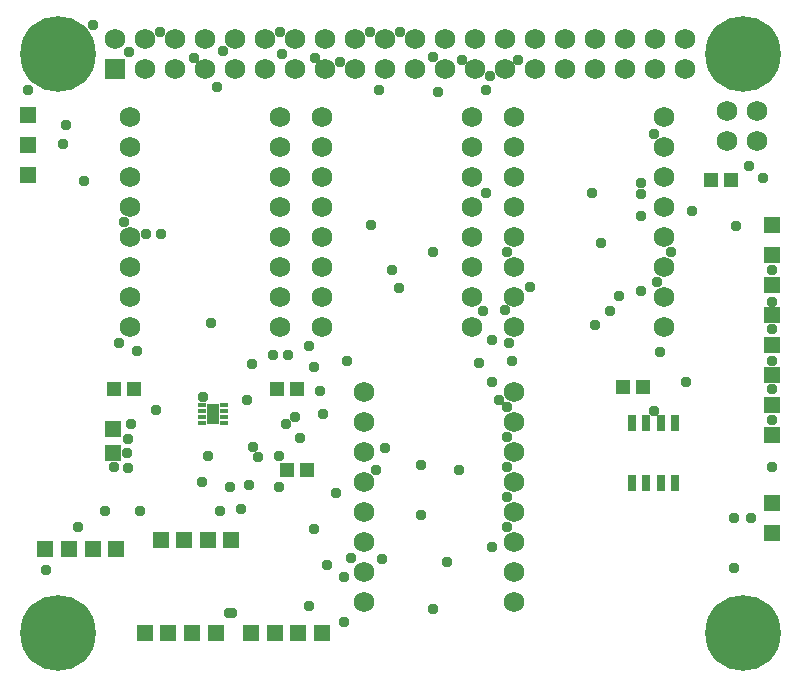
<source format=gbr>
G04 EAGLE Gerber RS-274X export*
G75*
%MOMM*%
%FSLAX34Y34*%
%LPD*%
%INSoldermask Top*%
%IPPOS*%
%AMOC8*
5,1,8,0,0,1.08239X$1,22.5*%
G01*
G04 Define Apertures*
%ADD10R,1.303200X1.203200*%
%ADD11C,1.727200*%
%ADD12R,0.703200X0.453200*%
%ADD13R,1.103200X1.803200*%
%ADD14R,1.473200X1.473200*%
%ADD15C,6.403200*%
%ADD16R,1.727200X1.727200*%
%ADD17R,0.762200X1.397200*%
%ADD18C,0.959600*%
D10*
X538422Y250922D03*
X521422Y250922D03*
X107540Y249120D03*
X90540Y249120D03*
X596040Y425760D03*
X613040Y425760D03*
X245600Y249120D03*
X228600Y249120D03*
D11*
X231000Y301100D03*
X231000Y326500D03*
X231000Y351900D03*
X231000Y377300D03*
X231000Y402700D03*
X231000Y428100D03*
X231000Y453500D03*
X231000Y478900D03*
X104000Y478900D03*
X104000Y453500D03*
X104000Y428100D03*
X104000Y402700D03*
X104000Y377300D03*
X104000Y351900D03*
X104000Y326500D03*
X104000Y301100D03*
X393500Y301100D03*
X393500Y326500D03*
X393500Y351900D03*
X393500Y377300D03*
X393500Y402700D03*
X393500Y428100D03*
X393500Y453500D03*
X393500Y478900D03*
X266500Y478900D03*
X266500Y453500D03*
X266500Y428100D03*
X266500Y402700D03*
X266500Y377300D03*
X266500Y351900D03*
X266500Y326500D03*
X266500Y301100D03*
X429000Y478842D03*
X429000Y453442D03*
X429000Y428042D03*
X429000Y402642D03*
X429000Y377242D03*
X429000Y351842D03*
X429000Y326442D03*
X429000Y301042D03*
X556000Y301042D03*
X556000Y326442D03*
X556000Y351842D03*
X556000Y377242D03*
X556000Y402642D03*
X556000Y428042D03*
X556000Y453442D03*
X556000Y478842D03*
X301958Y246400D03*
X301958Y221000D03*
X301958Y195600D03*
X301958Y170200D03*
X301958Y144800D03*
X301958Y119400D03*
X301958Y94000D03*
X301958Y68600D03*
X428958Y68600D03*
X428958Y94000D03*
X428958Y119400D03*
X428958Y144800D03*
X428958Y170200D03*
X428958Y195600D03*
X428958Y221000D03*
X428958Y246400D03*
D12*
X164400Y235100D03*
D13*
X173900Y227600D03*
D12*
X164400Y230100D03*
X164400Y225100D03*
X164400Y220100D03*
X183400Y220100D03*
X183400Y225100D03*
X183400Y230100D03*
X183400Y235100D03*
D14*
X32272Y113600D03*
X52272Y113600D03*
X72272Y113600D03*
X92272Y113600D03*
X129772Y121100D03*
X149772Y121100D03*
X169772Y121100D03*
X189772Y121100D03*
X116400Y42272D03*
X136400Y42272D03*
X156400Y42272D03*
X176400Y42272D03*
X206400Y42272D03*
X226400Y42272D03*
X246400Y42272D03*
X266400Y42272D03*
X647728Y209700D03*
X647728Y235100D03*
X647728Y260500D03*
X647728Y285900D03*
X647728Y311300D03*
X647728Y336700D03*
X647728Y362100D03*
X647728Y387500D03*
X89772Y214820D03*
X89772Y194820D03*
D15*
X42500Y42500D03*
X622500Y42500D03*
X622500Y532500D03*
X42500Y532500D03*
D16*
X91200Y519800D03*
D11*
X116600Y519800D03*
X142000Y519800D03*
X167400Y519800D03*
X192800Y519800D03*
X218200Y519800D03*
X91200Y545200D03*
X116600Y545200D03*
X142000Y545200D03*
X167400Y545200D03*
X192800Y545200D03*
X218200Y545200D03*
X243600Y519800D03*
X243600Y545200D03*
X269000Y519800D03*
X294400Y519800D03*
X319800Y519800D03*
X345200Y519800D03*
X370600Y519800D03*
X396000Y519800D03*
X269000Y545200D03*
X294400Y545200D03*
X319800Y545200D03*
X345200Y545200D03*
X370600Y545200D03*
X396000Y545200D03*
X421400Y519800D03*
X421400Y545200D03*
X446800Y519800D03*
X472200Y519800D03*
X497600Y519800D03*
X523000Y519800D03*
X548400Y519800D03*
X573800Y519800D03*
X446800Y545200D03*
X472200Y545200D03*
X497600Y545200D03*
X523000Y545200D03*
X548400Y545200D03*
X573800Y545200D03*
X609400Y458570D03*
X634800Y458570D03*
X609400Y483970D03*
X634800Y483970D03*
D14*
X17272Y480572D03*
X17272Y455172D03*
X17272Y429772D03*
D10*
X236500Y180000D03*
X253500Y180000D03*
D14*
X647728Y127300D03*
X647728Y152700D03*
D17*
X528877Y219942D03*
X528877Y169392D03*
X565457Y219942D03*
X553517Y169392D03*
X540817Y169392D03*
X553517Y219942D03*
X540817Y219942D03*
X565457Y169392D03*
D18*
X104840Y218920D03*
X109412Y281404D03*
X94172Y287500D03*
X102388Y182344D03*
X188660Y165580D03*
X229808Y165580D03*
X278576Y161008D03*
X424880Y287500D03*
X270956Y100048D03*
X536132Y331696D03*
X290768Y106144D03*
X536132Y395704D03*
X319724Y199108D03*
X536132Y423136D03*
X46928Y456664D03*
X212316Y191488D03*
X536132Y413992D03*
X398972Y270736D03*
X126176Y231112D03*
X101792Y206728D03*
X616904Y386560D03*
X117032Y380464D03*
X416409Y239583D03*
X331916Y334744D03*
X325820Y349984D03*
X235904Y218920D03*
X243524Y225016D03*
X165800Y241780D03*
X207778Y199802D03*
X72500Y557500D03*
X17500Y502500D03*
X50000Y472500D03*
X65000Y424704D03*
X130000Y380000D03*
X172500Y305000D03*
X32500Y95296D03*
X165000Y170000D03*
X205000Y167500D03*
X98420Y390000D03*
X360000Y62500D03*
X372500Y102500D03*
X382500Y180000D03*
X350000Y142500D03*
X260000Y130000D03*
X182500Y535000D03*
X232500Y532500D03*
X177500Y505000D03*
X307500Y387500D03*
X315000Y502500D03*
X332500Y550780D03*
X307100Y550780D03*
X230900Y550780D03*
X158410Y529090D03*
X360000Y530000D03*
X365000Y500000D03*
X495000Y415000D03*
X408700Y514220D03*
X405000Y502084D03*
X580000Y400000D03*
X550420Y339142D03*
X423420Y364542D03*
X552500Y280000D03*
X575000Y255000D03*
X615000Y140000D03*
X615000Y97500D03*
X647500Y182500D03*
X647500Y222500D03*
X647500Y248844D03*
X647500Y272500D03*
X647500Y299644D03*
X647500Y322956D03*
X640000Y427500D03*
X547500Y465000D03*
X502500Y372500D03*
X360000Y365000D03*
X405000Y415000D03*
X410000Y290000D03*
X442500Y335000D03*
X421265Y315897D03*
X423378Y132100D03*
X423378Y157500D03*
X423378Y182900D03*
X423378Y208300D03*
X423378Y233700D03*
X517500Y327500D03*
X410136Y254864D03*
X103045Y534455D03*
X129300Y550780D03*
X101428Y195000D03*
X202500Y240000D03*
X247500Y207500D03*
X265000Y247500D03*
X237500Y277500D03*
X255000Y65000D03*
X317500Y105000D03*
X285000Y90000D03*
X312500Y180000D03*
X281910Y525590D03*
X260460Y529540D03*
X385245Y527745D03*
X230000Y192500D03*
X287500Y272500D03*
X260000Y267500D03*
X267500Y227500D03*
X255000Y285000D03*
X225000Y277500D03*
X207500Y270000D03*
X630000Y140000D03*
X197500Y147500D03*
X170000Y192500D03*
X410000Y115000D03*
X350000Y185000D03*
X427500Y272500D03*
X402500Y315000D03*
X497500Y302864D03*
X510000Y315000D03*
X547403Y230097D03*
X561692Y364654D03*
X90252Y182500D03*
X285000Y51996D03*
X180000Y145297D03*
X112500Y145297D03*
X82500Y145297D03*
X60020Y132500D03*
X190000Y59114D03*
X187500Y59114D03*
X647500Y350000D03*
X627500Y437500D03*
X432500Y527500D03*
M02*

</source>
